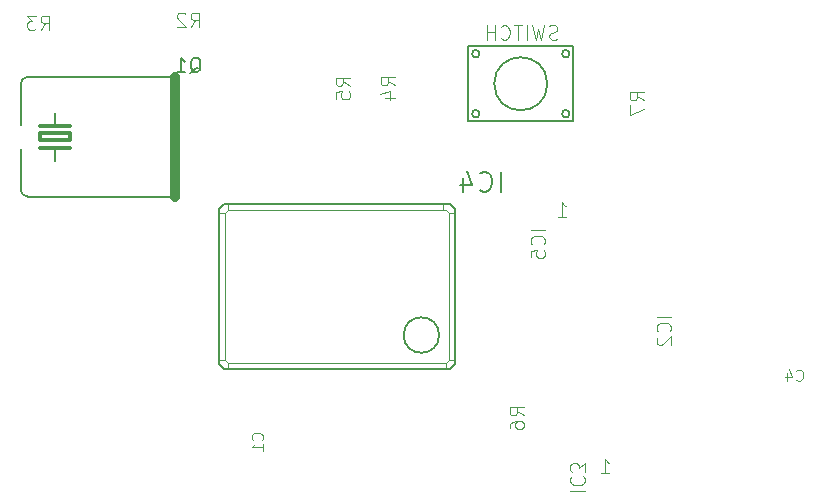
<source format=gbr>
%TF.GenerationSoftware,KiCad,Pcbnew,5.1.8-4.fc33*%
%TF.CreationDate,2021-01-04T09:43:00+01:00*%
%TF.ProjectId,obsonet_1,6f62736f-6e65-4745-9f31-2e6b69636164,rev?*%
%TF.SameCoordinates,Original*%
%TF.FileFunction,Legend,Bot*%
%TF.FilePolarity,Positive*%
%FSLAX46Y46*%
G04 Gerber Fmt 4.6, Leading zero omitted, Abs format (unit mm)*
G04 Created by KiCad (PCBNEW 5.1.8-4.fc33) date 2021-01-04 09:43:00*
%MOMM*%
%LPD*%
G01*
G04 APERTURE LIST*
%ADD10C,0.152400*%
%ADD11C,0.304800*%
%ADD12C,0.812800*%
%ADD13C,0.127000*%
%ADD14C,0.050800*%
%ADD15C,0.081280*%
%ADD16C,0.096520*%
%ADD17C,0.101600*%
%ADD18C,0.177800*%
G04 APERTURE END LIST*
D10*
%TO.C,Q1*%
X102732900Y-79346800D02*
X115178900Y-79346800D01*
X115178900Y-89506800D02*
X102732900Y-89506800D01*
D11*
X105018900Y-83487000D02*
X106288900Y-83487000D01*
D10*
X105018900Y-83487000D02*
X105018900Y-82394800D01*
D11*
X105018900Y-85366600D02*
X106288900Y-85366600D01*
D10*
X105018900Y-85366600D02*
X105018900Y-86458800D01*
D11*
X103748900Y-83487000D02*
X105018900Y-83487000D01*
X103748900Y-85366600D02*
X105018900Y-85366600D01*
X103748900Y-84731600D02*
X103748900Y-84096600D01*
X106288900Y-84731600D02*
X103748900Y-84731600D01*
X106288900Y-84096600D02*
X106288900Y-84731600D01*
X103748900Y-84096600D02*
X106288900Y-84096600D01*
D10*
X102097900Y-83410800D02*
X102097900Y-79981800D01*
X102097900Y-88871800D02*
X102097900Y-85442800D01*
D12*
X115178900Y-79346800D02*
X115178900Y-89506800D01*
D10*
X102097900Y-79981800D02*
G75*
G02*
X102732900Y-79346800I635000J0D01*
G01*
X102732900Y-89506800D02*
G75*
G02*
X102097900Y-88871800I0J635000D01*
G01*
D13*
%TO.C,SW1*%
X146697400Y-79950100D02*
G75*
G03*
X146697400Y-79950100I-2245000J0D01*
G01*
X140959900Y-82490100D02*
G75*
G03*
X140959900Y-82490100I-317500J0D01*
G01*
X140959900Y-77410100D02*
G75*
G03*
X140959900Y-77410100I-317500J0D01*
G01*
X148579900Y-77410100D02*
G75*
G03*
X148579900Y-77410100I-317500J0D01*
G01*
X148579900Y-82490100D02*
G75*
G03*
X148579900Y-82490100I-317500J0D01*
G01*
X140007400Y-76775100D02*
X140007400Y-83125100D01*
X148897400Y-76775100D02*
X140007400Y-76775100D01*
X148897400Y-83125100D02*
X148897400Y-76775100D01*
X140007400Y-83125100D02*
X148897400Y-83125100D01*
%TO.C,IC4*%
X137534900Y-101226800D02*
G75*
G03*
X137534900Y-101226800I-1500000J0D01*
G01*
D14*
X137894900Y-90126800D02*
X137894900Y-90626800D01*
X138894900Y-90876800D02*
X138394900Y-90876800D01*
X138894900Y-103376800D02*
X138394900Y-103376800D01*
X138144900Y-104126800D02*
X138144900Y-103626800D01*
X119644900Y-103626800D02*
X119644900Y-104126800D01*
X118894900Y-103376800D02*
X119394900Y-103376800D01*
X118894900Y-90876800D02*
X119394900Y-90876800D01*
X119644900Y-90126800D02*
X119644900Y-90626800D01*
X138394900Y-103376800D02*
X138394900Y-90876800D01*
X138144900Y-103626800D02*
X138394900Y-103376800D01*
X119644900Y-103626800D02*
X138144900Y-103626800D01*
X119394900Y-103376800D02*
X119644900Y-103626800D01*
X119394900Y-90876800D02*
X119394900Y-103376800D01*
X119644900Y-90626800D02*
X119394900Y-90876800D01*
X137894900Y-90626800D02*
X119644900Y-90626800D01*
X138144900Y-90626800D02*
X137894900Y-90626800D01*
X138394900Y-90876800D02*
X138144900Y-90626800D01*
D13*
X138894900Y-90876800D02*
X138894900Y-90551800D01*
X138894900Y-103376800D02*
X138894900Y-90876800D01*
X138894900Y-103701800D02*
X138894900Y-103376800D01*
X138469900Y-104126800D02*
X138894900Y-103701800D01*
X138144900Y-104126800D02*
X138469900Y-104126800D01*
X119644900Y-104126800D02*
X138144900Y-104126800D01*
X119319900Y-104126800D02*
X119644900Y-104126800D01*
X118894900Y-103701800D02*
X119319900Y-104126800D01*
X118894900Y-103376800D02*
X118894900Y-103701800D01*
X118894900Y-90876800D02*
X118894900Y-103376800D01*
X118894900Y-90551800D02*
X118894900Y-90876800D01*
X119319900Y-90126800D02*
X118894900Y-90551800D01*
X119644900Y-90126800D02*
X119319900Y-90126800D01*
X137894900Y-90126800D02*
X119644900Y-90126800D01*
X138469900Y-90126800D02*
X137894900Y-90126800D01*
X138894900Y-90551800D02*
X138469900Y-90126800D01*
%TO.C,C1*%
D15*
X122544114Y-110096082D02*
X122590076Y-110050120D01*
X122636038Y-109912234D01*
X122636038Y-109820310D01*
X122590076Y-109682425D01*
X122498152Y-109590501D01*
X122406228Y-109544539D01*
X122222380Y-109498577D01*
X122084495Y-109498577D01*
X121900647Y-109544539D01*
X121808723Y-109590501D01*
X121716800Y-109682425D01*
X121670838Y-109820310D01*
X121670838Y-109912234D01*
X121716800Y-110050120D01*
X121762761Y-110096082D01*
X122636038Y-111015320D02*
X122636038Y-110463777D01*
X122636038Y-110739548D02*
X121670838Y-110739548D01*
X121808723Y-110647625D01*
X121900647Y-110555701D01*
X121946609Y-110463777D01*
%TO.C,C4*%
X167779917Y-105018114D02*
X167825879Y-105064076D01*
X167963765Y-105110038D01*
X168055689Y-105110038D01*
X168193574Y-105064076D01*
X168285498Y-104972152D01*
X168331460Y-104880228D01*
X168377422Y-104696380D01*
X168377422Y-104558495D01*
X168331460Y-104374647D01*
X168285498Y-104282723D01*
X168193574Y-104190800D01*
X168055689Y-104144838D01*
X167963765Y-104144838D01*
X167825879Y-104190800D01*
X167779917Y-104236761D01*
X166952603Y-104466571D02*
X166952603Y-105110038D01*
X167182412Y-104098876D02*
X167412222Y-104788304D01*
X166814717Y-104788304D01*
%TO.C,R2*%
D16*
X116503595Y-75126547D02*
X116905761Y-74552023D01*
X117193023Y-75126547D02*
X117193023Y-73920047D01*
X116733404Y-73920047D01*
X116618499Y-73977500D01*
X116561047Y-74034952D01*
X116503595Y-74149857D01*
X116503595Y-74322214D01*
X116561047Y-74437119D01*
X116618499Y-74494571D01*
X116733404Y-74552023D01*
X117193023Y-74552023D01*
X116043976Y-74034952D02*
X115986523Y-73977500D01*
X115871618Y-73920047D01*
X115584357Y-73920047D01*
X115469452Y-73977500D01*
X115411999Y-74034952D01*
X115354547Y-74149857D01*
X115354547Y-74264761D01*
X115411999Y-74437119D01*
X116101428Y-75126547D01*
X115354547Y-75126547D01*
%TO.C,R3*%
X103803595Y-75380547D02*
X104205761Y-74806023D01*
X104493023Y-75380547D02*
X104493023Y-74174047D01*
X104033404Y-74174047D01*
X103918499Y-74231500D01*
X103861047Y-74288952D01*
X103803595Y-74403857D01*
X103803595Y-74576214D01*
X103861047Y-74691119D01*
X103918499Y-74748571D01*
X104033404Y-74806023D01*
X104493023Y-74806023D01*
X103401428Y-74174047D02*
X102654547Y-74174047D01*
X103056714Y-74633666D01*
X102884357Y-74633666D01*
X102769452Y-74691119D01*
X102711999Y-74748571D01*
X102654547Y-74863476D01*
X102654547Y-75150738D01*
X102711999Y-75265642D01*
X102769452Y-75323095D01*
X102884357Y-75380547D01*
X103229071Y-75380547D01*
X103343976Y-75323095D01*
X103401428Y-75265642D01*
%TO.C,R4*%
D17*
X133800547Y-80089102D02*
X133226023Y-79686936D01*
X133800547Y-79399674D02*
X132594047Y-79399674D01*
X132594047Y-79859293D01*
X132651500Y-79974198D01*
X132708952Y-80031650D01*
X132823857Y-80089102D01*
X132996214Y-80089102D01*
X133111119Y-80031650D01*
X133168571Y-79974198D01*
X133226023Y-79859293D01*
X133226023Y-79399674D01*
X132996214Y-81123245D02*
X133800547Y-81123245D01*
X132536595Y-80835983D02*
X133398380Y-80548721D01*
X133398380Y-81295602D01*
%TO.C,R5*%
X129990547Y-80124402D02*
X129416023Y-79722236D01*
X129990547Y-79434974D02*
X128784047Y-79434974D01*
X128784047Y-79894593D01*
X128841500Y-80009498D01*
X128898952Y-80066950D01*
X129013857Y-80124402D01*
X129186214Y-80124402D01*
X129301119Y-80066950D01*
X129358571Y-80009498D01*
X129416023Y-79894593D01*
X129416023Y-79434974D01*
X128784047Y-81215998D02*
X128784047Y-80641474D01*
X129358571Y-80584021D01*
X129301119Y-80641474D01*
X129243666Y-80756379D01*
X129243666Y-81043640D01*
X129301119Y-81158545D01*
X129358571Y-81215998D01*
X129473476Y-81273450D01*
X129760738Y-81273450D01*
X129875642Y-81215998D01*
X129933095Y-81158545D01*
X129990547Y-81043640D01*
X129990547Y-80756379D01*
X129933095Y-80641474D01*
X129875642Y-80584021D01*
%TO.C,R6*%
X144722547Y-108029102D02*
X144148023Y-107626936D01*
X144722547Y-107339674D02*
X143516047Y-107339674D01*
X143516047Y-107799293D01*
X143573500Y-107914198D01*
X143630952Y-107971650D01*
X143745857Y-108029102D01*
X143918214Y-108029102D01*
X144033119Y-107971650D01*
X144090571Y-107914198D01*
X144148023Y-107799293D01*
X144148023Y-107339674D01*
X143516047Y-109063245D02*
X143516047Y-108833436D01*
X143573500Y-108718531D01*
X143630952Y-108661079D01*
X143803309Y-108546174D01*
X144033119Y-108488721D01*
X144492738Y-108488721D01*
X144607642Y-108546174D01*
X144665095Y-108603626D01*
X144722547Y-108718531D01*
X144722547Y-108948340D01*
X144665095Y-109063245D01*
X144607642Y-109120698D01*
X144492738Y-109178150D01*
X144205476Y-109178150D01*
X144090571Y-109120698D01*
X144033119Y-109063245D01*
X143975666Y-108948340D01*
X143975666Y-108718531D01*
X144033119Y-108603626D01*
X144090571Y-108546174D01*
X144205476Y-108488721D01*
%TO.C,R7*%
X154882547Y-81359102D02*
X154308023Y-80956936D01*
X154882547Y-80669674D02*
X153676047Y-80669674D01*
X153676047Y-81129293D01*
X153733500Y-81244198D01*
X153790952Y-81301650D01*
X153905857Y-81359102D01*
X154078214Y-81359102D01*
X154193119Y-81301650D01*
X154250571Y-81244198D01*
X154308023Y-81129293D01*
X154308023Y-80669674D01*
X153676047Y-81761269D02*
X153676047Y-82565602D01*
X154882547Y-82048531D01*
%TO.C,IC2*%
D16*
X157168547Y-99656452D02*
X155962047Y-99656452D01*
X157053642Y-100920404D02*
X157111095Y-100862952D01*
X157168547Y-100690595D01*
X157168547Y-100575690D01*
X157111095Y-100403333D01*
X156996190Y-100288428D01*
X156881285Y-100230976D01*
X156651476Y-100173523D01*
X156479119Y-100173523D01*
X156249309Y-100230976D01*
X156134404Y-100288428D01*
X156019500Y-100403333D01*
X155962047Y-100575690D01*
X155962047Y-100690595D01*
X156019500Y-100862952D01*
X156076952Y-100920404D01*
X156076952Y-101380023D02*
X156019500Y-101437476D01*
X155962047Y-101552381D01*
X155962047Y-101839642D01*
X156019500Y-101954547D01*
X156076952Y-102012000D01*
X156191857Y-102069452D01*
X156306761Y-102069452D01*
X156479119Y-102012000D01*
X157168547Y-101322571D01*
X157168547Y-102069452D01*
%TO.C,Q1*%
D13*
X116465954Y-79051452D02*
X116580859Y-78994000D01*
X116695764Y-78879095D01*
X116868121Y-78706738D01*
X116983026Y-78649285D01*
X117097930Y-78649285D01*
X117040478Y-78936547D02*
X117155383Y-78879095D01*
X117270288Y-78764190D01*
X117327740Y-78534380D01*
X117327740Y-78132214D01*
X117270288Y-77902404D01*
X117155383Y-77787500D01*
X117040478Y-77730047D01*
X116810669Y-77730047D01*
X116695764Y-77787500D01*
X116580859Y-77902404D01*
X116523407Y-78132214D01*
X116523407Y-78534380D01*
X116580859Y-78764190D01*
X116695764Y-78879095D01*
X116810669Y-78936547D01*
X117040478Y-78936547D01*
X115374359Y-78936547D02*
X116063788Y-78936547D01*
X115719073Y-78936547D02*
X115719073Y-77730047D01*
X115833978Y-77902404D01*
X115948883Y-78017309D01*
X116063788Y-78074761D01*
%TO.C,IC3*%
D16*
X148647452Y-114465547D02*
X149853952Y-114465547D01*
X148762357Y-113201595D02*
X148704904Y-113259047D01*
X148647452Y-113431404D01*
X148647452Y-113546309D01*
X148704904Y-113718666D01*
X148819809Y-113833571D01*
X148934714Y-113891023D01*
X149164523Y-113948476D01*
X149336880Y-113948476D01*
X149566690Y-113891023D01*
X149681595Y-113833571D01*
X149796500Y-113718666D01*
X149853952Y-113546309D01*
X149853952Y-113431404D01*
X149796500Y-113259047D01*
X149739047Y-113201595D01*
X149853952Y-112799428D02*
X149853952Y-112052547D01*
X149394333Y-112454714D01*
X149394333Y-112282357D01*
X149336880Y-112167452D01*
X149279428Y-112109999D01*
X149164523Y-112052547D01*
X148877261Y-112052547D01*
X148762357Y-112109999D01*
X148704904Y-112167452D01*
X148647452Y-112282357D01*
X148647452Y-112627071D01*
X148704904Y-112741976D01*
X148762357Y-112799428D01*
D17*
X151256949Y-112944347D02*
X151946378Y-112944347D01*
X151601663Y-112944347D02*
X151601663Y-111737847D01*
X151716568Y-111910204D01*
X151831473Y-112025109D01*
X151946378Y-112082561D01*
%TO.C,SW1*%
D16*
X147549047Y-76152195D02*
X147376690Y-76209647D01*
X147089428Y-76209647D01*
X146974523Y-76152195D01*
X146917071Y-76094742D01*
X146859618Y-75979838D01*
X146859618Y-75864933D01*
X146917071Y-75750028D01*
X146974523Y-75692576D01*
X147089428Y-75635123D01*
X147319238Y-75577671D01*
X147434142Y-75520219D01*
X147491595Y-75462766D01*
X147549047Y-75347861D01*
X147549047Y-75232957D01*
X147491595Y-75118052D01*
X147434142Y-75060600D01*
X147319238Y-75003147D01*
X147031976Y-75003147D01*
X146859618Y-75060600D01*
X146457452Y-75003147D02*
X146170190Y-76209647D01*
X145940380Y-75347861D01*
X145710571Y-76209647D01*
X145423309Y-75003147D01*
X144963690Y-76209647D02*
X144963690Y-75003147D01*
X144561523Y-75003147D02*
X143872095Y-75003147D01*
X144216809Y-76209647D02*
X144216809Y-75003147D01*
X142780499Y-76094742D02*
X142837952Y-76152195D01*
X143010309Y-76209647D01*
X143125214Y-76209647D01*
X143297571Y-76152195D01*
X143412476Y-76037290D01*
X143469928Y-75922385D01*
X143527380Y-75692576D01*
X143527380Y-75520219D01*
X143469928Y-75290409D01*
X143412476Y-75175504D01*
X143297571Y-75060600D01*
X143125214Y-75003147D01*
X143010309Y-75003147D01*
X142837952Y-75060600D01*
X142780499Y-75118052D01*
X142263428Y-76209647D02*
X142263428Y-75003147D01*
X142263428Y-75577671D02*
X141573999Y-75577671D01*
X141573999Y-76209647D02*
X141573999Y-75003147D01*
%TO.C,IC5*%
X146500547Y-92290452D02*
X145294047Y-92290452D01*
X146385642Y-93554404D02*
X146443095Y-93496952D01*
X146500547Y-93324595D01*
X146500547Y-93209690D01*
X146443095Y-93037333D01*
X146328190Y-92922428D01*
X146213285Y-92864976D01*
X145983476Y-92807523D01*
X145811119Y-92807523D01*
X145581309Y-92864976D01*
X145466404Y-92922428D01*
X145351500Y-93037333D01*
X145294047Y-93209690D01*
X145294047Y-93324595D01*
X145351500Y-93496952D01*
X145408952Y-93554404D01*
X145294047Y-94646000D02*
X145294047Y-94071476D01*
X145868571Y-94014023D01*
X145811119Y-94071476D01*
X145753666Y-94186381D01*
X145753666Y-94473642D01*
X145811119Y-94588547D01*
X145868571Y-94646000D01*
X145983476Y-94703452D01*
X146270738Y-94703452D01*
X146385642Y-94646000D01*
X146443095Y-94588547D01*
X146500547Y-94473642D01*
X146500547Y-94186381D01*
X146443095Y-94071476D01*
X146385642Y-94014023D01*
D17*
X147605749Y-91195647D02*
X148295178Y-91195647D01*
X147950463Y-91195647D02*
X147950463Y-89989147D01*
X148065368Y-90161504D01*
X148180273Y-90276409D01*
X148295178Y-90333861D01*
%TO.C,IC4*%
D18*
X142753503Y-89073566D02*
X142753503Y-87384466D01*
X140983970Y-88912700D02*
X141064403Y-88993133D01*
X141305703Y-89073566D01*
X141466570Y-89073566D01*
X141707870Y-88993133D01*
X141868736Y-88832266D01*
X141949170Y-88671400D01*
X142029603Y-88349666D01*
X142029603Y-88108366D01*
X141949170Y-87786633D01*
X141868736Y-87625766D01*
X141707870Y-87464900D01*
X141466570Y-87384466D01*
X141305703Y-87384466D01*
X141064403Y-87464900D01*
X140983970Y-87545333D01*
X139536170Y-87947500D02*
X139536170Y-89073566D01*
X139938336Y-87304033D02*
X140340503Y-88510533D01*
X139294870Y-88510533D01*
%TD*%
M02*

</source>
